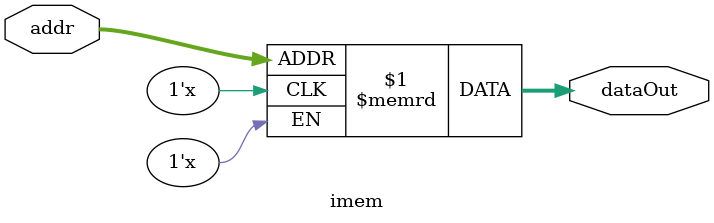
<source format=v>
`timescale 1ns/10ps

module imem (/*autoarg*/
   // Outputs
   dataOut,
   // Inputs
   addr
   );
   input  [0:7] addr;
   output [0:31] dataOut;
   reg    [0:31] mem[0:255];

   assign 		 dataOut = mem[addr];


endmodule

</source>
